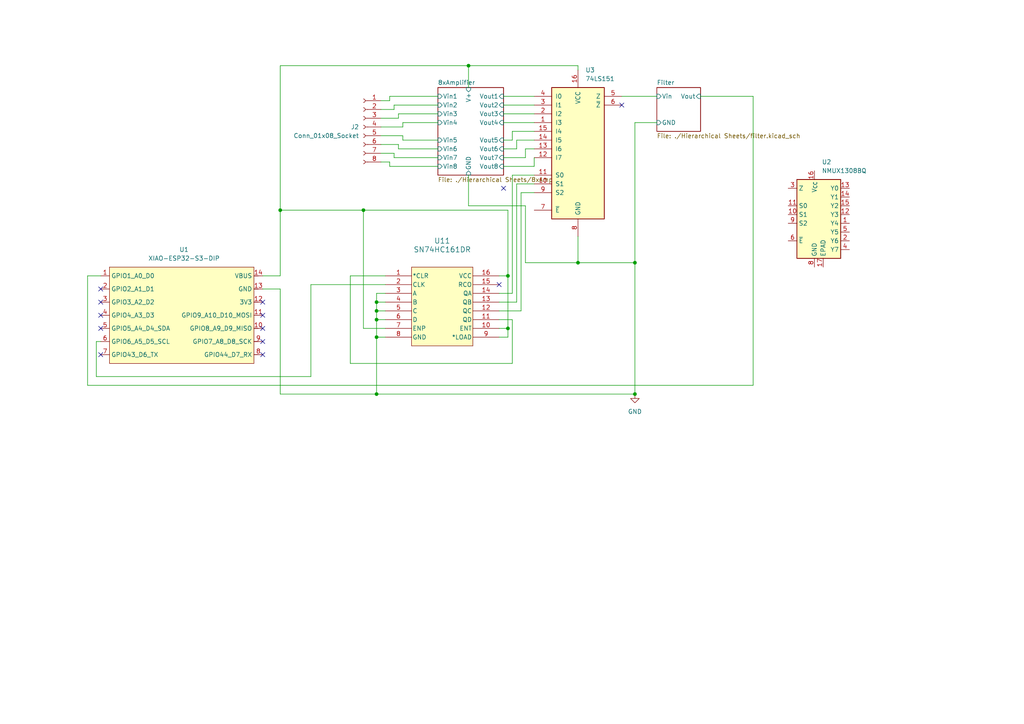
<source format=kicad_sch>
(kicad_sch (version 20250114) (generator "eeschema") (generator_version "9.0")
  (paper "A4")
  (lib_symbols
    (symbol "74xx:74LS151" (pin_names (offset 1.016))
      (property "Reference" "U" (at -7.62 19.05 0))
      (property "Value" "74LS151" (at -7.62 -21.59 0))
      (symbol "74LS151_1_0"
        (pin input line (at -12.7 15.24 0) (length 5.08) (name "I0") (number "4"))
        (pin input line (at -12.7 12.7 0) (length 5.08) (name "I1") (number "3"))
        (pin input line (at -12.7 10.16 0) (length 5.08) (name "I2") (number "2"))
        (pin input line (at -12.7 7.62 0) (length 5.08) (name "I3") (number "1"))
        (pin input line (at -12.7 5.08 0) (length 5.08) (name "I4") (number "15"))
        (pin input line (at -12.7 2.54 0) (length 5.08) (name "I5") (number "14"))
        (pin input line (at -12.7 0 0) (length 5.08) (name "I6") (number "13"))
        (pin input line (at -12.7 -2.54 0) (length 5.08) (name "I7") (number "12"))
        (pin input line (at -12.7 -7.62 0) (length 5.08) (name "S0") (number "11"))
        (pin input line (at -12.7 -10.16 0) (length 5.08) (name "S1") (number "10"))
        (pin input line (at -12.7 -12.7 0) (length 5.08) (name "S2") (number "9"))
        (pin input line (at -12.7 -17.78 0) (length 5.08) (name "~{E}") (number "7"))
        (pin power_in line (at 0 22.86 270) (length 5.08) (name "VCC") (number "16"))
        (pin power_in line (at 0 -25.4 90) (length 5.08) (name "GND") (number "8"))
        (pin output line (at 12.7 15.24 180) (length 5.08) (name "Z") (number "5"))
        (pin output line (at 12.7 12.7 180) (length 5.08) (name "~{Z}") (number "6"))
      )
      (symbol "74LS151_1_1"
        (rectangle (start -7.62 17.78) (end 7.62 -20.32) (stroke (width 0.254)) (fill (type background)))
      )
    )
    (symbol "Analog_Switch:NMUX1308BQ"
      (property "Reference" "U" (at -5.08 11.684 0))
      (property "Value" "NMUX1308BQ" (at 1.27 11.684 0))
      (symbol "NMUX1308BQ_0_1"
        (rectangle (start -5.08 10.16) (end 7.62 -12.7) (stroke (width 0.254)) (fill (type background)))
      )
      (symbol "NMUX1308BQ_1_1"
        (pin passive line (at -7.62 7.62 0) (length 2.54) (name "Z") (number "3"))
        (pin input line (at -7.62 2.54 0) (length 2.54) (name "S0") (number "11"))
        (pin input line (at -7.62 0 0) (length 2.54) (name "S1") (number "10"))
        (pin input line (at -7.62 -2.54 0) (length 2.54) (name "S2") (number "9"))
        (pin input line (at -7.62 -7.62 0) (length 2.54) (name "~{E}") (number "6"))
        (pin no_connect line (at -5.08 -5.08 0) (length 2.54) (hide yes) (name "NC") (number "7"))
        (pin power_in line (at 0 12.7 270) (length 2.54) (name "V_{CC}") (number "16"))
        (pin power_in line (at 0 -15.24 90) (length 2.54) (name "GND") (number "8"))
        (pin power_in line (at 2.54 -15.24 90) (length 2.54) (name "EPAD") (number "17"))
        (pin passive line (at 10.16 7.62 180) (length 2.54) (name "Y0") (number "13"))
        (pin passive line (at 10.16 5.08 180) (length 2.54) (name "Y1") (number "14"))
        (pin passive line (at 10.16 2.54 180) (length 2.54) (name "Y2") (number "15"))
        (pin passive line (at 10.16 0 180) (length 2.54) (name "Y3") (number "12"))
        (pin passive line (at 10.16 -2.54 180) (length 2.54) (name "Y4") (number "1"))
        (pin passive line (at 10.16 -5.08 180) (length 2.54) (name "Y5") (number "5"))
        (pin passive line (at 10.16 -7.62 180) (length 2.54) (name "Y6") (number "2"))
        (pin passive line (at 10.16 -10.16 180) (length 2.54) (name "Y7") (number "4"))
      )
    )
    (symbol "Capstone:SN74HC161DR" (pin_names (offset 0.254))
      (property "Reference" "U" (at 16.256 9.906 0))
      (property "Value" "SN74HC161DR" (at 16.256 7.366 0))
      (symbol "SN74HC161DR_0_1"
        (pin input line (at 0 0 0) (length 7.62) (name "*CLR") (number "1"))
        (pin input line (at 0 -2.54 0) (length 7.62) (name "CLK") (number "2"))
        (pin input line (at 0 -5.08 0) (length 7.62) (name "A") (number "3"))
        (pin input line (at 0 -7.62 0) (length 7.62) (name "B") (number "4"))
        (pin input line (at 0 -10.16 0) (length 7.62) (name "C") (number "5"))
        (pin input line (at 0 -12.7 0) (length 7.62) (name "D") (number "6"))
        (pin input line (at 0 -15.24 0) (length 7.62) (name "ENP") (number "7"))
        (pin power_in line (at 0 -17.78 0) (length 7.62) (name "GND") (number "8"))
        (pin power_in line (at 33.02 0 180) (length 7.62) (name "VCC") (number "16"))
        (pin output line (at 33.02 -2.54 180) (length 7.62) (name "RCO") (number "15"))
        (pin output line (at 33.02 -5.08 180) (length 7.62) (name "QA") (number "14"))
        (pin output line (at 33.02 -7.62 180) (length 7.62) (name "QB") (number "13"))
        (pin output line (at 33.02 -10.16 180) (length 7.62) (name "QC") (number "12"))
        (pin output line (at 33.02 -12.7 180) (length 7.62) (name "QD") (number "11"))
        (pin input line (at 33.02 -15.24 180) (length 7.62) (name "ENT") (number "10"))
        (pin input line (at 33.02 -17.78 180) (length 7.62) (name "*LOAD") (number "9"))
      )
      (symbol "SN74HC161DR_1_1"
        (rectangle (start 7.62 2.54) (end 25.4 -20.32) (fill (type background)))
      )
    )
    (symbol "Connector:Conn_01x08_Socket" (pin_names (offset 1.016) (hide yes))
      (property "Reference" "J" (at 0 10.16 0))
      (property "Value" "Conn_01x08_Socket" (at 0 -12.7 0))
      (symbol "Conn_01x08_Socket_1_1"
        (polyline (pts (xy -1.27 7.62) (xy -0.508 7.62)) (stroke (width 0.1524)))
        (polyline (pts (xy -1.27 5.08) (xy -0.508 5.08)) (stroke (width 0.1524)))
        (polyline (pts (xy -1.27 2.54) (xy -0.508 2.54)) (stroke (width 0.1524)))
        (polyline (pts (xy -1.27 0) (xy -0.508 0)) (stroke (width 0.1524)))
        (polyline (pts (xy -1.27 -2.54) (xy -0.508 -2.54)) (stroke (width 0.1524)))
        (polyline (pts (xy -1.27 -5.08) (xy -0.508 -5.08)) (stroke (width 0.1524)))
        (polyline (pts (xy -1.27 -7.62) (xy -0.508 -7.62)) (stroke (width 0.1524)))
        (polyline (pts (xy -1.27 -10.16) (xy -0.508 -10.16)) (stroke (width 0.1524)))
        (arc (start 0 7.112) (mid -0.5058 7.62) (end 0 8.128) (stroke (width 0.1524)))
        (arc (start 0 4.572) (mid -0.5058 5.08) (end 0 5.588) (stroke (width 0.1524)))
        (arc (start 0 2.032) (mid -0.5058 2.54) (end 0 3.048) (stroke (width 0.1524)))
        (arc (start 0 -0.508) (mid -0.5058 0) (end 0 0.508) (stroke (width 0.1524)))
        (arc (start 0 -3.048) (mid -0.5058 -2.54) (end 0 -2.032) (stroke (width 0.1524)))
        (arc (start 0 -5.588) (mid -0.5058 -5.08) (end 0 -4.572) (stroke (width 0.1524)))
        (arc (start 0 -8.128) (mid -0.5058 -7.62) (end 0 -7.112) (stroke (width 0.1524)))
        (arc (start 0 -10.668) (mid -0.5058 -10.16) (end 0 -9.652) (stroke (width 0.1524)))
        (pin passive line (at -5.08 7.62 0) (length 3.81) (name "Pin_1") (number "1"))
        (pin passive line (at -5.08 5.08 0) (length 3.81) (name "Pin_2") (number "2"))
        (pin passive line (at -5.08 2.54 0) (length 3.81) (name "Pin_3") (number "3"))
        (pin passive line (at -5.08 0 0) (length 3.81) (name "Pin_4") (number "4"))
        (pin passive line (at -5.08 -2.54 0) (length 3.81) (name "Pin_5") (number "5"))
        (pin passive line (at -5.08 -5.08 0) (length 3.81) (name "Pin_6") (number "6"))
        (pin passive line (at -5.08 -7.62 0) (length 3.81) (name "Pin_7") (number "7"))
        (pin passive line (at -5.08 -10.16 0) (length 3.81) (name "Pin_8") (number "8"))
      )
    )
    (symbol "Seeed_Studio_XIAO_Series:XIAO-ESP32-S3-DIP"
      (property "Reference" "U" (at 1.27 0.508 0))
      (property "Value" "XIAO-ESP32-S3-DIP" (at 9.652 -1.778 0))
      (symbol "XIAO-ESP32-S3-DIP_1_0"
        (polyline (pts (xy 43.18 -5.08) (xy 41.91 -5.08)) (stroke (width 0.1524)))
        (polyline (pts (xy 43.18 -8.89) (xy 41.91 -8.89)) (stroke (width 0.1524)))
        (polyline (pts (xy 43.18 -12.7) (xy 41.91 -12.7)) (stroke (width 0.1524)))
        (polyline (pts (xy 43.18 -16.51) (xy 41.91 -16.51)) (stroke (width 0.1524)))
        (polyline (pts (xy 43.18 -20.32) (xy 41.91 -20.32)) (stroke (width 0.1524)))
        (polyline (pts (xy 43.18 -24.13) (xy 41.91 -24.13)) (stroke (width 0.1524)))
        (polyline (pts (xy 43.18 -27.94) (xy 41.91 -27.94)) (stroke (width 0.1524)))
        (pin passive line (at -2.54 -5.08 0) (length 2.54) (name "GPIO1_A0_D0") (number "1"))
        (pin passive line (at -2.54 -8.89 0) (length 2.54) (name "GPIO2_A1_D1") (number "2"))
        (pin passive line (at -2.54 -12.7 0) (length 2.54) (name "GPIO3_A2_D2") (number "3"))
        (pin passive line (at -2.54 -16.51 0) (length 2.54) (name "GPIO4_A3_D3") (number "4"))
        (pin passive line (at -2.54 -20.32 0) (length 2.54) (name "GPIO5_A4_D4_SDA") (number "5"))
        (pin passive line (at -2.54 -24.13 0) (length 2.54) (name "GPIO6_A5_D5_SCL") (number "6"))
        (pin passive line (at -2.54 -27.94 0) (length 2.54) (name "GPIO43_D6_TX") (number "7"))
        (pin passive line (at 44.45 -5.08 180) (length 2.54) (name "VBUS") (number "14"))
        (pin passive line (at 44.45 -8.89 180) (length 2.54) (name "GND") (number "13"))
        (pin passive line (at 44.45 -12.7 180) (length 2.54) (name "3V3") (number "12"))
        (pin passive line (at 44.45 -16.51 180) (length 2.54) (name "GPIO9_A10_D10_MOSI") (number "11"))
        (pin passive line (at 44.45 -20.32 180) (length 2.54) (name "GPIO8_A9_D9_MISO") (number "10"))
        (pin passive line (at 44.45 -24.13 180) (length 2.54) (name "GPIO7_A8_D8_SCK") (number "9"))
        (pin passive line (at 44.45 -27.94 180) (length 2.54) (name "GPIO44_D7_RX") (number "8"))
      )
      (symbol "XIAO-ESP32-S3-DIP_1_1"
        (rectangle (start 0 -2.54) (end 41.91 -30.48) (fill (type background)))
      )
    )
    (symbol "power:GND" (power) (pin_numbers (hide yes)) (pin_names (offset 0) (hide yes))
      (property "Value" "GND" (at 0 -3.81 0))
      (symbol "GND_0_1"
        (polyline (pts (xy 0 0) (xy 0 -1.27) (xy 1.27 -1.27) (xy 0 -2.54) (xy -1.27 -1.27) (xy 0 -1.27)))
      )
      (symbol "GND_1_1"
        (pin power_in line (at 0 0 270) (length 0) (name "~") (number "1"))
      )
    )
  )
  (junction (at 105.41 60.96))
  (junction (at 109.22 87.63))
  (junction (at 109.22 114.3))
  (junction (at 109.22 90.17))
  (junction (at 135.89 19.05))
  (junction (at 147.32 95.25))
  (junction (at 184.15 114.3))
  (junction (at 167.64 76.2))
  (junction (at 109.22 97.79))
  (junction (at 184.15 76.2))
  (junction (at 81.28 60.96))
  (junction (at 109.22 92.71))
  (junction (at 147.32 80.01))
  (no_connect (at 144.78 82.55))
  (no_connect (at 29.21 87.63))
  (no_connect (at 29.21 83.82))
  (no_connect (at 76.2 102.87))
  (no_connect (at 146.05 54.61))
  (no_connect (at 29.21 95.25))
  (no_connect (at 76.2 95.25))
  (no_connect (at 29.21 91.44))
  (no_connect (at 76.2 99.06))
  (no_connect (at 76.2 87.63))
  (no_connect (at 180.34 30.48))
  (no_connect (at 76.2 91.44))
  (no_connect (at 29.21 102.87))
  (wire (pts (xy 76.2 83.82) (xy 81.28 83.82)))
  (wire (pts (xy 101.6 80.01) (xy 101.6 105.41)))
  (wire (pts (xy 109.22 90.17) (xy 111.76 90.17)))
  (wire (pts (xy 109.22 90.17) (xy 109.22 92.71)))
  (wire (pts (xy 110.49 41.91) (xy 115.57 41.91)))
  (wire (pts (xy 146.05 43.18) (xy 149.86 43.18)))
  (wire (pts (xy 81.28 83.82) (xy 81.28 114.3)))
  (wire (pts (xy 146.05 30.48) (xy 154.94 30.48)))
  (wire (pts (xy 148.59 50.8) (xy 154.94 50.8)))
  (wire (pts (xy 148.59 38.1) (xy 154.94 38.1)))
  (wire (pts (xy 184.15 35.56) (xy 184.15 76.2)))
  (wire (pts (xy 152.4 43.18) (xy 154.94 43.18)))
  (wire (pts (xy 90.17 82.55) (xy 111.76 82.55)))
  (wire (pts (xy 113.03 48.26) (xy 127 48.26)))
  (wire (pts (xy 109.22 92.71) (xy 111.76 92.71)))
  (wire (pts (xy 135.89 19.05) (xy 167.64 19.05)))
  (wire (pts (xy 115.57 33.02) (xy 127 33.02)))
  (wire (pts (xy 149.86 53.34) (xy 154.94 53.34)))
  (wire (pts (xy 90.17 109.22) (xy 90.17 82.55)))
  (wire (pts (xy 81.28 19.05) (xy 81.28 60.96)))
  (wire (pts (xy 116.84 40.64) (xy 127 40.64)))
  (wire (pts (xy 116.84 36.83) (xy 116.84 35.56)))
  (wire (pts (xy 110.49 31.75) (xy 114.3 31.75)))
  (wire (pts (xy 154.94 48.26) (xy 154.94 45.72)))
  (wire (pts (xy 146.05 27.94) (xy 154.94 27.94)))
  (wire (pts (xy 147.32 80.01) (xy 147.32 60.96)))
  (wire (pts (xy 148.59 40.64) (xy 148.59 38.1)))
  (wire (pts (xy 109.22 97.79) (xy 111.76 97.79)))
  (wire (pts (xy 105.41 60.96) (xy 81.28 60.96)))
  (wire (pts (xy 110.49 36.83) (xy 116.84 36.83)))
  (wire (pts (xy 114.3 31.75) (xy 114.3 30.48)))
  (wire (pts (xy 113.03 29.21) (xy 113.03 27.94)))
  (wire (pts (xy 110.49 39.37) (xy 116.84 39.37)))
  (wire (pts (xy 109.22 87.63) (xy 109.22 90.17)))
  (wire (pts (xy 110.49 34.29) (xy 115.57 34.29)))
  (wire (pts (xy 109.22 87.63) (xy 111.76 87.63)))
  (wire (pts (xy 184.15 76.2) (xy 184.15 114.3)))
  (wire (pts (xy 114.3 44.45) (xy 114.3 45.72)))
  (wire (pts (xy 152.4 59.69) (xy 152.4 76.2)))
  (wire (pts (xy 110.49 46.99) (xy 113.03 46.99)))
  (wire (pts (xy 148.59 85.09) (xy 144.78 85.09)))
  (wire (pts (xy 146.05 33.02) (xy 154.94 33.02)))
  (wire (pts (xy 146.05 40.64) (xy 148.59 40.64)))
  (wire (pts (xy 110.49 29.21) (xy 113.03 29.21)))
  (wire (pts (xy 113.03 46.99) (xy 113.03 48.26)))
  (wire (pts (xy 144.78 87.63) (xy 149.86 87.63)))
  (wire (pts (xy 147.32 95.25) (xy 147.32 80.01)))
  (wire (pts (xy 29.21 99.06) (xy 27.94 99.06)))
  (wire (pts (xy 27.94 99.06) (xy 27.94 109.22)))
  (wire (pts (xy 203.2 27.94) (xy 218.44 27.94)))
  (wire (pts (xy 146.05 35.56) (xy 154.94 35.56)))
  (wire (pts (xy 167.64 76.2) (xy 167.64 68.58)))
  (wire (pts (xy 180.34 27.94) (xy 190.5 27.94)))
  (wire (pts (xy 109.22 97.79) (xy 109.22 114.3)))
  (wire (pts (xy 144.78 97.79) (xy 147.32 97.79)))
  (wire (pts (xy 144.78 95.25) (xy 147.32 95.25)))
  (wire (pts (xy 152.4 45.72) (xy 152.4 43.18)))
  (wire (pts (xy 148.59 92.71) (xy 144.78 92.71)))
  (wire (pts (xy 218.44 27.94) (xy 218.44 111.76)))
  (wire (pts (xy 25.4 80.01) (xy 29.21 80.01)))
  (wire (pts (xy 25.4 111.76) (xy 25.4 80.01)))
  (wire (pts (xy 151.13 55.88) (xy 154.94 55.88)))
  (wire (pts (xy 144.78 90.17) (xy 151.13 90.17)))
  (wire (pts (xy 111.76 85.09) (xy 109.22 85.09)))
  (wire (pts (xy 146.05 45.72) (xy 152.4 45.72)))
  (wire (pts (xy 109.22 114.3) (xy 184.15 114.3)))
  (wire (pts (xy 109.22 114.3) (xy 81.28 114.3)))
  (wire (pts (xy 147.32 97.79) (xy 147.32 95.25)))
  (wire (pts (xy 116.84 39.37) (xy 116.84 40.64)))
  (wire (pts (xy 109.22 85.09) (xy 109.22 87.63)))
  (wire (pts (xy 135.89 59.69) (xy 152.4 59.69)))
  (wire (pts (xy 111.76 80.01) (xy 101.6 80.01)))
  (wire (pts (xy 81.28 80.01) (xy 81.28 60.96)))
  (wire (pts (xy 184.15 76.2) (xy 167.64 76.2)))
  (wire (pts (xy 105.41 95.25) (xy 105.41 60.96)))
  (wire (pts (xy 151.13 55.88) (xy 151.13 90.17)))
  (wire (pts (xy 146.05 48.26) (xy 154.94 48.26)))
  (wire (pts (xy 135.89 19.05) (xy 135.89 25.4)))
  (wire (pts (xy 152.4 76.2) (xy 167.64 76.2)))
  (wire (pts (xy 113.03 27.94) (xy 127 27.94)))
  (wire (pts (xy 149.86 40.64) (xy 154.94 40.64)))
  (wire (pts (xy 27.94 109.22) (xy 90.17 109.22)))
  (wire (pts (xy 110.49 44.45) (xy 114.3 44.45)))
  (wire (pts (xy 135.89 50.8) (xy 135.89 59.69)))
  (wire (pts (xy 147.32 60.96) (xy 105.41 60.96)))
  (wire (pts (xy 25.4 111.76) (xy 218.44 111.76)))
  (wire (pts (xy 109.22 92.71) (xy 109.22 97.79)))
  (wire (pts (xy 144.78 80.01) (xy 147.32 80.01)))
  (wire (pts (xy 115.57 34.29) (xy 115.57 33.02)))
  (wire (pts (xy 148.59 105.41) (xy 148.59 92.71)))
  (wire (pts (xy 167.64 19.05) (xy 167.64 20.32)))
  (wire (pts (xy 81.28 19.05) (xy 135.89 19.05)))
  (wire (pts (xy 190.5 35.56) (xy 184.15 35.56)))
  (wire (pts (xy 149.86 43.18) (xy 149.86 40.64)))
  (wire (pts (xy 111.76 95.25) (xy 105.41 95.25)))
  (wire (pts (xy 116.84 35.56) (xy 127 35.56)))
  (wire (pts (xy 149.86 53.34) (xy 149.86 87.63)))
  (wire (pts (xy 115.57 43.18) (xy 127 43.18)))
  (wire (pts (xy 76.2 80.01) (xy 81.28 80.01)))
  (wire (pts (xy 114.3 30.48) (xy 127 30.48)))
  (wire (pts (xy 114.3 45.72) (xy 127 45.72)))
  (wire (pts (xy 148.59 50.8) (xy 148.59 85.09)))
  (wire (pts (xy 115.57 41.91) (xy 115.57 43.18)))
  (wire (pts (xy 101.6 105.41) (xy 148.59 105.41)))
  (symbol (lib_id "Connector:Conn_01x08_Socket") (at 105.41 36.83 0) (mirror y) (unit 1)
    (property "Reference" "J2" (at 104.14 36.8299 0) (effects (justify left)))
    (property "Value" "Conn_01x08_Socket" (at 104.14 39.3699 0) (effects (justify left)))
    (property "Description" "Generic connector, single row, 01x08, script generated" (effects (hide yes)))
  )
  (symbol (lib_id "74xx:74LS151") (at 167.64 43.18 0) (unit 1)
    (property "Reference" "U3" (at 169.7833 20.32 0) (effects (justify left)))
    (property "Value" "74LS151" (at 169.7833 22.86 0) (effects (justify left)))
    (property "Footprint" "CapstoneFootprints:D16" (effects (hide yes)))
    (property "Datasheet" "http://www.ti.com/lit/gpn/sn74LS151" (effects (hide yes)))
    (property "Description" "Multiplexer 8 to 1" (effects (hide yes)))
  )
  (symbol (lib_id "power:GND") (at 184.15 114.3 0) (unit 1)
    (property "Reference" "#PWR01" (effects (hide yes)))
    (property "Value" "GND" (at 184.15 119.38 0))
    (property "Description" "Power symbol creates a global label with name \"GND\" , ground" (effects (hide yes)))
  )
  (symbol (lib_id "Seeed_Studio_XIAO_Series:XIAO-ESP32-S3-DIP") (at 31.75 74.93 0) (unit 1) (exclude_from_sim yes)
    (property "Reference" "U1" (at 53.3781 72.39 0))
    (property "Value" "XIAO-ESP32-S3-DIP" (at 53.3781 74.93 0))
    (property "Footprint" "CapstoneFootprints:XIAO-ESP32-S3-DIP" (effects (hide yes)))
  )
  (symbol (lib_id "Analog_Switch:NMUX1308BQ") (at 236.22 62.23 0) (unit 1)
    (property "Reference" "U2" (at 238.3633 46.99 0) (effects (justify left)))
    (property "Value" "NMUX1308BQ" (at 238.3633 49.53 0) (effects (justify left)))
    (property "Footprint" "Package_DFN_QFN:DHVQFN-16-1EP_2.5x3.5mm_P0.5mm_EP1x2mm" (effects (hide yes)))
    (property "Datasheet" "https://assets.nexperia.com/documents/data-sheet/NMUX1308.pdf" (effects (hide yes)))
    (property "Description" "8-channel analog switch multiplexer and demultiplexer with injection-current control, 1.5..5.5V supply voltage, DHVQFN-16" (effects (hide yes)))
  )
  (symbol (lib_id "Capstone:SN74HC161DR") (at 111.76 80.01 0) (unit 1)
    (property "Reference" "U11" (at 128.27 69.85 0) (effects (font (size 1.524 1.524))))
    (property "Value" "SN74HC161DR" (at 128.27 72.39 0) (effects (font (size 1.524 1.524))))
    (property "Footprint" "CapstoneFootprints:D16" (effects (hide yes)))
    (property "Datasheet" "https://www.ti.com/lit/gpn/sn74hc161" (effects (hide yes)))
    (property "Sim.Library" ".\\" (effects (hide yes)))
  )
  (sheet (at 190.5 25.4) (size 12.7 12.7) (stroke (width 0.1524))
    (property "Sheetname" "Filter" (at 190.5 24.6884 0) (effects (justify left bottom)))
    (property "Sheetfile" "./Hierarchical Sheets/filter.kicad_sch" (at 190.5 38.6846 0) (effects (justify left top)))
    (pin "GND" input (at 190.5 35.56 180))
    (pin "Vin" input (at 190.5 27.94 180))
    (pin "Vout" input (at 203.2 27.94 0))
  )
  (sheet (at 127 25.4) (size 19.05 25.4) (stroke (width 0.1524))
    (property "Sheetname" "8xAmplifier" (at 127 24.6884 0) (effects (justify left bottom)))
    (property "Sheetfile" "./Hierarchical Sheets/8xAmplifier.kicad_sch" (at 127 51.3846 0) (effects (justify left top)))
    (pin "GND" input (at 135.89 50.8 270))
    (pin "V+" input (at 135.89 25.4 90))
    (pin "Vin1" input (at 127 27.94 180))
    (pin "Vin2" input (at 127 30.48 180))
    (pin "Vin3" input (at 127 33.02 180))
    (pin "Vin4" input (at 127 35.56 180))
    (pin "Vin5" input (at 127 40.64 180))
    (pin "Vin6" input (at 127 43.18 180))
    (pin "Vin7" input (at 127 45.72 180))
    (pin "Vin8" input (at 127 48.26 180))
    (pin "Vout1" input (at 146.05 27.94 0))
    (pin "Vout2" input (at 146.05 30.48 0))
    (pin "Vout3" input (at 146.05 33.02 0))
    (pin "Vout4" input (at 146.05 35.56 0))
    (pin "Vout5" input (at 146.05 40.64 0))
    (pin "Vout6" input (at 146.05 43.18 0))
    (pin "Vout7" input (at 146.05 45.72 0))
    (pin "Vout8" input (at 146.05 48.26 0))
  )
)
</source>
